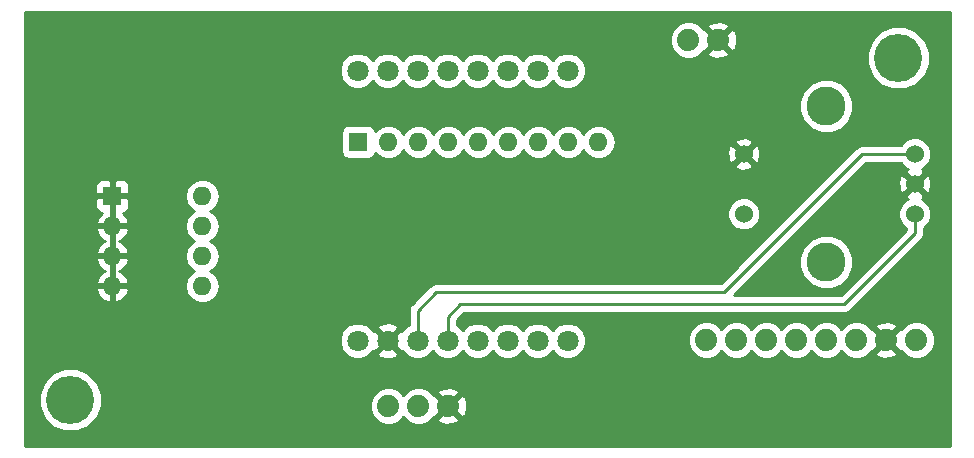
<source format=gbr>
G04 #@! TF.GenerationSoftware,KiCad,Pcbnew,5.0.2-bee76a0~70~ubuntu18.04.1*
G04 #@! TF.CreationDate,2019-09-20T23:32:28+01:00*
G04 #@! TF.ProjectId,Shock Sensor,53686f63-6b20-4536-956e-736f722e6b69,rev?*
G04 #@! TF.SameCoordinates,Original*
G04 #@! TF.FileFunction,Copper,L2,Bot*
G04 #@! TF.FilePolarity,Positive*
%FSLAX46Y46*%
G04 Gerber Fmt 4.6, Leading zero omitted, Abs format (unit mm)*
G04 Created by KiCad (PCBNEW 5.0.2-bee76a0~70~ubuntu18.04.1) date Fri 20 Sep 2019 23:32:28 BST*
%MOMM*%
%LPD*%
G01*
G04 APERTURE LIST*
G04 #@! TA.AperFunction,ComponentPad*
%ADD10C,1.800000*%
G04 #@! TD*
G04 #@! TA.AperFunction,ComponentPad*
%ADD11C,1.879600*%
G04 #@! TD*
G04 #@! TA.AperFunction,ComponentPad*
%ADD12O,1.600000X1.600000*%
G04 #@! TD*
G04 #@! TA.AperFunction,ComponentPad*
%ADD13R,1.600000X1.600000*%
G04 #@! TD*
G04 #@! TA.AperFunction,ComponentPad*
%ADD14C,1.524000*%
G04 #@! TD*
G04 #@! TA.AperFunction,ComponentPad*
%ADD15C,3.302000*%
G04 #@! TD*
G04 #@! TA.AperFunction,ComponentPad*
%ADD16C,4.064000*%
G04 #@! TD*
G04 #@! TA.AperFunction,Conductor*
%ADD17C,0.250000*%
G04 #@! TD*
G04 #@! TA.AperFunction,Conductor*
%ADD18C,0.254000*%
G04 #@! TD*
G04 APERTURE END LIST*
D10*
G04 #@! TO.P,U1,16*
G04 #@! TO.N,+3V3*
X132023001Y-99125025D03*
G04 #@! TO.P,U1,1*
G04 #@! TO.N,+5V*
X132023001Y-121985025D03*
G04 #@! TO.P,U1,15*
G04 #@! TO.N,Net-(RN1-Pad2)*
X134563001Y-99125025D03*
G04 #@! TO.P,U1,2*
G04 #@! TO.N,GND*
X134563001Y-121985025D03*
G04 #@! TO.P,U1,14*
G04 #@! TO.N,Net-(RN1-Pad3)*
X137103001Y-99125025D03*
G04 #@! TO.P,U1,3*
G04 #@! TO.N,Net-(S1-PadB)*
X137103001Y-121985025D03*
G04 #@! TO.P,U1,13*
G04 #@! TO.N,Net-(RN1-Pad4)*
X139643001Y-99125025D03*
G04 #@! TO.P,U1,4*
G04 #@! TO.N,Net-(S1-PadA)*
X139643001Y-121985025D03*
G04 #@! TO.P,U1,12*
G04 #@! TO.N,Net-(RN1-Pad5)*
X142183001Y-99125025D03*
G04 #@! TO.P,U1,5*
G04 #@! TO.N,Net-(J2-Pad4)*
X142183001Y-121985025D03*
G04 #@! TO.P,U1,11*
G04 #@! TO.N,Net-(RN1-Pad6)*
X144723001Y-99125025D03*
G04 #@! TO.P,U1,6*
G04 #@! TO.N,Net-(J2-Pad3)*
X144723001Y-121985025D03*
G04 #@! TO.P,U1,10*
G04 #@! TO.N,Net-(U1-Pad10)*
X147263001Y-99125025D03*
G04 #@! TO.P,U1,7*
G04 #@! TO.N,Net-(J1-Pad2)*
X147263001Y-121985025D03*
G04 #@! TO.P,U1,9*
G04 #@! TO.N,Net-(J3-Pad2)*
X149803001Y-99125025D03*
G04 #@! TO.P,U1,8*
G04 #@! TO.N,Net-(U1-Pad8)*
X149803001Y-121985025D03*
G04 #@! TD*
D11*
G04 #@! TO.P,J1,1*
G04 #@! TO.N,GND*
X139700000Y-127508000D03*
G04 #@! TO.P,J1,2*
G04 #@! TO.N,Net-(J1-Pad2)*
X137160000Y-127508000D03*
G04 #@! TO.P,J1,3*
G04 #@! TO.N,+5V*
X134620000Y-127508000D03*
G04 #@! TD*
G04 #@! TO.P,J3,1*
G04 #@! TO.N,GND*
X162560000Y-96520000D03*
G04 #@! TO.P,J3,2*
G04 #@! TO.N,Net-(J3-Pad2)*
X160020000Y-96520000D03*
G04 #@! TD*
D12*
G04 #@! TO.P,RN1,9*
G04 #@! TO.N,Net-(RN1-Pad9)*
X152400000Y-105156000D03*
G04 #@! TO.P,RN1,8*
G04 #@! TO.N,Net-(RN1-Pad8)*
X149860000Y-105156000D03*
G04 #@! TO.P,RN1,7*
G04 #@! TO.N,Net-(RN1-Pad7)*
X147320000Y-105156000D03*
G04 #@! TO.P,RN1,6*
G04 #@! TO.N,Net-(RN1-Pad6)*
X144780000Y-105156000D03*
G04 #@! TO.P,RN1,5*
G04 #@! TO.N,Net-(RN1-Pad5)*
X142240000Y-105156000D03*
G04 #@! TO.P,RN1,4*
G04 #@! TO.N,Net-(RN1-Pad4)*
X139700000Y-105156000D03*
G04 #@! TO.P,RN1,3*
G04 #@! TO.N,Net-(RN1-Pad3)*
X137160000Y-105156000D03*
G04 #@! TO.P,RN1,2*
G04 #@! TO.N,Net-(RN1-Pad2)*
X134620000Y-105156000D03*
D13*
G04 #@! TO.P,RN1,1*
G04 #@! TO.N,+3V3*
X132080000Y-105156000D03*
G04 #@! TD*
D12*
G04 #@! TO.P,Address,8*
G04 #@! TO.N,Net-(RN1-Pad2)*
X118872000Y-109728000D03*
G04 #@! TO.P,Address,4*
G04 #@! TO.N,GND*
X111252000Y-117348000D03*
G04 #@! TO.P,Address,7*
G04 #@! TO.N,Net-(RN1-Pad3)*
X118872000Y-112268000D03*
G04 #@! TO.P,Address,3*
G04 #@! TO.N,GND*
X111252000Y-114808000D03*
G04 #@! TO.P,Address,6*
G04 #@! TO.N,Net-(RN1-Pad4)*
X118872000Y-114808000D03*
G04 #@! TO.P,Address,2*
G04 #@! TO.N,GND*
X111252000Y-112268000D03*
G04 #@! TO.P,Address,5*
G04 #@! TO.N,Net-(RN1-Pad5)*
X118872000Y-117348000D03*
D13*
G04 #@! TO.P,Address,1*
G04 #@! TO.N,GND*
X111252000Y-109728000D03*
G04 #@! TD*
D14*
G04 #@! TO.P,S1,A*
G04 #@! TO.N,Net-(S1-PadA)*
X179197000Y-111252000D03*
G04 #@! TO.P,S1,B*
G04 #@! TO.N,Net-(S1-PadB)*
X179197000Y-106172000D03*
G04 #@! TO.P,S1,C*
G04 #@! TO.N,GND*
X179197000Y-108712000D03*
D15*
G04 #@! TO.P,S1,P$3*
G04 #@! TO.N,N/C*
X171704000Y-102108000D03*
G04 #@! TO.P,S1,P$4*
X171704000Y-115316000D03*
D14*
G04 #@! TO.P,S1,SW+*
G04 #@! TO.N,GND*
X164719000Y-106172000D03*
G04 #@! TO.P,S1,SW-*
G04 #@! TO.N,Net-(RN1-Pad6)*
X164719000Y-111252000D03*
G04 #@! TD*
D11*
G04 #@! TO.P,J2,1*
G04 #@! TO.N,+5V*
X179324000Y-121920000D03*
G04 #@! TO.P,J2,2*
G04 #@! TO.N,GND*
X176784000Y-121920000D03*
G04 #@! TO.P,J2,3*
G04 #@! TO.N,Net-(J2-Pad3)*
X174244000Y-121920000D03*
G04 #@! TO.P,J2,4*
G04 #@! TO.N,Net-(J2-Pad4)*
X171704000Y-121920000D03*
G04 #@! TO.P,J2,5*
G04 #@! TO.N,Net-(J2-Pad5)*
X169164000Y-121920000D03*
G04 #@! TO.P,J2,6*
G04 #@! TO.N,Net-(J2-Pad6)*
X166624000Y-121920000D03*
G04 #@! TO.P,J2,7*
G04 #@! TO.N,Net-(J2-Pad7)*
X164084000Y-121920000D03*
G04 #@! TO.P,J2,8*
G04 #@! TO.N,Net-(J2-Pad8)*
X161544000Y-121920000D03*
G04 #@! TD*
D16*
G04 #@! TO.P,REF\002A\002A,1*
G04 #@! TO.N,N/C*
X107696000Y-127000000D03*
G04 #@! TD*
G04 #@! TO.P,REF\002A\002A,1*
G04 #@! TO.N,N/C*
X177800000Y-98044000D03*
G04 #@! TD*
D17*
G04 #@! TO.N,Net-(S1-PadA)*
X179197000Y-111252000D02*
X179197000Y-112903000D01*
X179197000Y-112903000D02*
X173228000Y-118872000D01*
X140716000Y-118872000D02*
X139643001Y-119944999D01*
X139643001Y-119944999D02*
X139643001Y-121985025D01*
X173228000Y-118872000D02*
X140716000Y-118872000D01*
G04 #@! TO.N,Net-(S1-PadB)*
X179197000Y-106172000D02*
X174752000Y-106172000D01*
X174752000Y-106172000D02*
X163068000Y-117856000D01*
X137103001Y-119436999D02*
X137103001Y-121985025D01*
X138684000Y-117856000D02*
X137103001Y-119436999D01*
X163068000Y-117856000D02*
X138684000Y-117856000D01*
G04 #@! TD*
D18*
G04 #@! TO.N,GND*
G36*
X182170001Y-130862000D02*
X103834000Y-130862000D01*
X103834000Y-126469501D01*
X105029000Y-126469501D01*
X105029000Y-127530499D01*
X105435026Y-128510734D01*
X106185266Y-129260974D01*
X107165501Y-129667000D01*
X108226499Y-129667000D01*
X109206734Y-129260974D01*
X109956974Y-128510734D01*
X110363000Y-127530499D01*
X110363000Y-127194753D01*
X133045200Y-127194753D01*
X133045200Y-127821247D01*
X133284949Y-128400052D01*
X133727948Y-128843051D01*
X134306753Y-129082800D01*
X134933247Y-129082800D01*
X135512052Y-128843051D01*
X135890000Y-128465103D01*
X136267948Y-128843051D01*
X136846753Y-129082800D01*
X137473247Y-129082800D01*
X138052052Y-128843051D01*
X138278135Y-128616968D01*
X138770637Y-128616968D01*
X138861923Y-128877580D01*
X139449833Y-129094045D01*
X140075828Y-129069049D01*
X140538077Y-128877580D01*
X140629363Y-128616968D01*
X139700000Y-127687605D01*
X138770637Y-128616968D01*
X138278135Y-128616968D01*
X138492317Y-128402786D01*
X138591032Y-128437363D01*
X139520395Y-127508000D01*
X139879605Y-127508000D01*
X140808968Y-128437363D01*
X141069580Y-128346077D01*
X141286045Y-127758167D01*
X141261049Y-127132172D01*
X141069580Y-126669923D01*
X140808968Y-126578637D01*
X139879605Y-127508000D01*
X139520395Y-127508000D01*
X138591032Y-126578637D01*
X138492317Y-126613214D01*
X138278135Y-126399032D01*
X138770637Y-126399032D01*
X139700000Y-127328395D01*
X140629363Y-126399032D01*
X140538077Y-126138420D01*
X139950167Y-125921955D01*
X139324172Y-125946951D01*
X138861923Y-126138420D01*
X138770637Y-126399032D01*
X138278135Y-126399032D01*
X138052052Y-126172949D01*
X137473247Y-125933200D01*
X136846753Y-125933200D01*
X136267948Y-126172949D01*
X135890000Y-126550897D01*
X135512052Y-126172949D01*
X134933247Y-125933200D01*
X134306753Y-125933200D01*
X133727948Y-126172949D01*
X133284949Y-126615948D01*
X133045200Y-127194753D01*
X110363000Y-127194753D01*
X110363000Y-126469501D01*
X109956974Y-125489266D01*
X109206734Y-124739026D01*
X108226499Y-124333000D01*
X107165501Y-124333000D01*
X106185266Y-124739026D01*
X105435026Y-125489266D01*
X105029000Y-126469501D01*
X103834000Y-126469501D01*
X103834000Y-121679695D01*
X130488001Y-121679695D01*
X130488001Y-122290355D01*
X130721691Y-122854532D01*
X131153494Y-123286335D01*
X131717671Y-123520025D01*
X132328331Y-123520025D01*
X132892508Y-123286335D01*
X133113659Y-123065184D01*
X133662447Y-123065184D01*
X133748853Y-123321668D01*
X134322337Y-123531483D01*
X134932461Y-123505864D01*
X135377149Y-123321668D01*
X135463555Y-123065184D01*
X134563001Y-122164630D01*
X133662447Y-123065184D01*
X133113659Y-123065184D01*
X133324311Y-122854532D01*
X133332439Y-122834910D01*
X133482842Y-122885579D01*
X134383396Y-121985025D01*
X134742606Y-121985025D01*
X135643160Y-122885579D01*
X135793563Y-122834910D01*
X135801691Y-122854532D01*
X136233494Y-123286335D01*
X136797671Y-123520025D01*
X137408331Y-123520025D01*
X137972508Y-123286335D01*
X138373001Y-122885842D01*
X138773494Y-123286335D01*
X139337671Y-123520025D01*
X139948331Y-123520025D01*
X140512508Y-123286335D01*
X140913001Y-122885842D01*
X141313494Y-123286335D01*
X141877671Y-123520025D01*
X142488331Y-123520025D01*
X143052508Y-123286335D01*
X143453001Y-122885842D01*
X143853494Y-123286335D01*
X144417671Y-123520025D01*
X145028331Y-123520025D01*
X145592508Y-123286335D01*
X145993001Y-122885842D01*
X146393494Y-123286335D01*
X146957671Y-123520025D01*
X147568331Y-123520025D01*
X148132508Y-123286335D01*
X148533001Y-122885842D01*
X148933494Y-123286335D01*
X149497671Y-123520025D01*
X150108331Y-123520025D01*
X150672508Y-123286335D01*
X151104311Y-122854532D01*
X151338001Y-122290355D01*
X151338001Y-121679695D01*
X151307788Y-121606753D01*
X159969200Y-121606753D01*
X159969200Y-122233247D01*
X160208949Y-122812052D01*
X160651948Y-123255051D01*
X161230753Y-123494800D01*
X161857247Y-123494800D01*
X162436052Y-123255051D01*
X162814000Y-122877103D01*
X163191948Y-123255051D01*
X163770753Y-123494800D01*
X164397247Y-123494800D01*
X164976052Y-123255051D01*
X165354000Y-122877103D01*
X165731948Y-123255051D01*
X166310753Y-123494800D01*
X166937247Y-123494800D01*
X167516052Y-123255051D01*
X167894000Y-122877103D01*
X168271948Y-123255051D01*
X168850753Y-123494800D01*
X169477247Y-123494800D01*
X170056052Y-123255051D01*
X170434000Y-122877103D01*
X170811948Y-123255051D01*
X171390753Y-123494800D01*
X172017247Y-123494800D01*
X172596052Y-123255051D01*
X172974000Y-122877103D01*
X173351948Y-123255051D01*
X173930753Y-123494800D01*
X174557247Y-123494800D01*
X175136052Y-123255051D01*
X175362135Y-123028968D01*
X175854637Y-123028968D01*
X175945923Y-123289580D01*
X176533833Y-123506045D01*
X177159828Y-123481049D01*
X177622077Y-123289580D01*
X177713363Y-123028968D01*
X176784000Y-122099605D01*
X175854637Y-123028968D01*
X175362135Y-123028968D01*
X175576317Y-122814786D01*
X175675032Y-122849363D01*
X176604395Y-121920000D01*
X176963605Y-121920000D01*
X177892968Y-122849363D01*
X177991683Y-122814786D01*
X178431948Y-123255051D01*
X179010753Y-123494800D01*
X179637247Y-123494800D01*
X180216052Y-123255051D01*
X180659051Y-122812052D01*
X180898800Y-122233247D01*
X180898800Y-121606753D01*
X180659051Y-121027948D01*
X180216052Y-120584949D01*
X179637247Y-120345200D01*
X179010753Y-120345200D01*
X178431948Y-120584949D01*
X177991683Y-121025214D01*
X177892968Y-120990637D01*
X176963605Y-121920000D01*
X176604395Y-121920000D01*
X175675032Y-120990637D01*
X175576317Y-121025214D01*
X175362135Y-120811032D01*
X175854637Y-120811032D01*
X176784000Y-121740395D01*
X177713363Y-120811032D01*
X177622077Y-120550420D01*
X177034167Y-120333955D01*
X176408172Y-120358951D01*
X175945923Y-120550420D01*
X175854637Y-120811032D01*
X175362135Y-120811032D01*
X175136052Y-120584949D01*
X174557247Y-120345200D01*
X173930753Y-120345200D01*
X173351948Y-120584949D01*
X172974000Y-120962897D01*
X172596052Y-120584949D01*
X172017247Y-120345200D01*
X171390753Y-120345200D01*
X170811948Y-120584949D01*
X170434000Y-120962897D01*
X170056052Y-120584949D01*
X169477247Y-120345200D01*
X168850753Y-120345200D01*
X168271948Y-120584949D01*
X167894000Y-120962897D01*
X167516052Y-120584949D01*
X166937247Y-120345200D01*
X166310753Y-120345200D01*
X165731948Y-120584949D01*
X165354000Y-120962897D01*
X164976052Y-120584949D01*
X164397247Y-120345200D01*
X163770753Y-120345200D01*
X163191948Y-120584949D01*
X162814000Y-120962897D01*
X162436052Y-120584949D01*
X161857247Y-120345200D01*
X161230753Y-120345200D01*
X160651948Y-120584949D01*
X160208949Y-121027948D01*
X159969200Y-121606753D01*
X151307788Y-121606753D01*
X151104311Y-121115518D01*
X150672508Y-120683715D01*
X150108331Y-120450025D01*
X149497671Y-120450025D01*
X148933494Y-120683715D01*
X148533001Y-121084208D01*
X148132508Y-120683715D01*
X147568331Y-120450025D01*
X146957671Y-120450025D01*
X146393494Y-120683715D01*
X145993001Y-121084208D01*
X145592508Y-120683715D01*
X145028331Y-120450025D01*
X144417671Y-120450025D01*
X143853494Y-120683715D01*
X143453001Y-121084208D01*
X143052508Y-120683715D01*
X142488331Y-120450025D01*
X141877671Y-120450025D01*
X141313494Y-120683715D01*
X140913001Y-121084208D01*
X140512508Y-120683715D01*
X140403001Y-120638356D01*
X140403001Y-120259800D01*
X141030802Y-119632000D01*
X173153153Y-119632000D01*
X173228000Y-119646888D01*
X173302847Y-119632000D01*
X173302852Y-119632000D01*
X173524537Y-119587904D01*
X173775929Y-119419929D01*
X173818331Y-119356470D01*
X179681473Y-113493329D01*
X179744929Y-113450929D01*
X179844055Y-113302577D01*
X179912904Y-113199538D01*
X179946627Y-113030000D01*
X179957000Y-112977852D01*
X179957000Y-112977848D01*
X179971888Y-112903000D01*
X179957000Y-112828152D01*
X179957000Y-112449300D01*
X179988337Y-112436320D01*
X180381320Y-112043337D01*
X180594000Y-111529881D01*
X180594000Y-110974119D01*
X180381320Y-110460663D01*
X179988337Y-110067680D01*
X179797353Y-109988572D01*
X179928143Y-109934397D01*
X179997608Y-109692213D01*
X179197000Y-108891605D01*
X178396392Y-109692213D01*
X178465857Y-109934397D01*
X178606393Y-109984535D01*
X178405663Y-110067680D01*
X178012680Y-110460663D01*
X177800000Y-110974119D01*
X177800000Y-111529881D01*
X178012680Y-112043337D01*
X178405663Y-112436320D01*
X178437001Y-112449300D01*
X178437001Y-112588197D01*
X172913199Y-118112000D01*
X163886801Y-118112000D01*
X167137515Y-114861286D01*
X169418000Y-114861286D01*
X169418000Y-115770714D01*
X169766023Y-116610915D01*
X170409085Y-117253977D01*
X171249286Y-117602000D01*
X172158714Y-117602000D01*
X172998915Y-117253977D01*
X173641977Y-116610915D01*
X173990000Y-115770714D01*
X173990000Y-114861286D01*
X173641977Y-114021085D01*
X172998915Y-113378023D01*
X172158714Y-113030000D01*
X171249286Y-113030000D01*
X170409085Y-113378023D01*
X169766023Y-114021085D01*
X169418000Y-114861286D01*
X167137515Y-114861286D01*
X173494499Y-108504302D01*
X177787856Y-108504302D01*
X177815638Y-109059368D01*
X177974603Y-109443143D01*
X178216787Y-109512608D01*
X179017395Y-108712000D01*
X179376605Y-108712000D01*
X180177213Y-109512608D01*
X180419397Y-109443143D01*
X180606144Y-108919698D01*
X180578362Y-108364632D01*
X180419397Y-107980857D01*
X180177213Y-107911392D01*
X179376605Y-108712000D01*
X179017395Y-108712000D01*
X178216787Y-107911392D01*
X177974603Y-107980857D01*
X177787856Y-108504302D01*
X173494499Y-108504302D01*
X175066802Y-106932000D01*
X177999700Y-106932000D01*
X178012680Y-106963337D01*
X178405663Y-107356320D01*
X178596647Y-107435428D01*
X178465857Y-107489603D01*
X178396392Y-107731787D01*
X179197000Y-108532395D01*
X179997608Y-107731787D01*
X179928143Y-107489603D01*
X179787607Y-107439465D01*
X179988337Y-107356320D01*
X180381320Y-106963337D01*
X180594000Y-106449881D01*
X180594000Y-105894119D01*
X180381320Y-105380663D01*
X179988337Y-104987680D01*
X179474881Y-104775000D01*
X178919119Y-104775000D01*
X178405663Y-104987680D01*
X178012680Y-105380663D01*
X177999700Y-105412000D01*
X174826846Y-105412000D01*
X174751999Y-105397112D01*
X174677152Y-105412000D01*
X174677148Y-105412000D01*
X174455463Y-105456096D01*
X174204071Y-105624071D01*
X174161671Y-105687527D01*
X162753199Y-117096000D01*
X138758846Y-117096000D01*
X138683999Y-117081112D01*
X138609152Y-117096000D01*
X138609148Y-117096000D01*
X138387463Y-117140096D01*
X138136071Y-117308071D01*
X138093671Y-117371527D01*
X136618531Y-118846668D01*
X136555072Y-118889070D01*
X136387097Y-119140463D01*
X136343001Y-119362148D01*
X136343001Y-119362152D01*
X136328113Y-119436999D01*
X136343001Y-119511846D01*
X136343001Y-120638355D01*
X136233494Y-120683715D01*
X135801691Y-121115518D01*
X135793563Y-121135140D01*
X135643160Y-121084471D01*
X134742606Y-121985025D01*
X134383396Y-121985025D01*
X133482842Y-121084471D01*
X133332439Y-121135140D01*
X133324311Y-121115518D01*
X133113659Y-120904866D01*
X133662447Y-120904866D01*
X134563001Y-121805420D01*
X135463555Y-120904866D01*
X135377149Y-120648382D01*
X134803665Y-120438567D01*
X134193541Y-120464186D01*
X133748853Y-120648382D01*
X133662447Y-120904866D01*
X133113659Y-120904866D01*
X132892508Y-120683715D01*
X132328331Y-120450025D01*
X131717671Y-120450025D01*
X131153494Y-120683715D01*
X130721691Y-121115518D01*
X130488001Y-121679695D01*
X103834000Y-121679695D01*
X103834000Y-117697039D01*
X109860096Y-117697039D01*
X110020959Y-118085423D01*
X110396866Y-118500389D01*
X110902959Y-118739914D01*
X111125000Y-118618629D01*
X111125000Y-117475000D01*
X111379000Y-117475000D01*
X111379000Y-118618629D01*
X111601041Y-118739914D01*
X112107134Y-118500389D01*
X112483041Y-118085423D01*
X112643904Y-117697039D01*
X112521915Y-117475000D01*
X111379000Y-117475000D01*
X111125000Y-117475000D01*
X109982085Y-117475000D01*
X109860096Y-117697039D01*
X103834000Y-117697039D01*
X103834000Y-115157039D01*
X109860096Y-115157039D01*
X110020959Y-115545423D01*
X110396866Y-115960389D01*
X110645367Y-116078000D01*
X110396866Y-116195611D01*
X110020959Y-116610577D01*
X109860096Y-116998961D01*
X109982085Y-117221000D01*
X111125000Y-117221000D01*
X111125000Y-114935000D01*
X111379000Y-114935000D01*
X111379000Y-117221000D01*
X112521915Y-117221000D01*
X112643904Y-116998961D01*
X112483041Y-116610577D01*
X112107134Y-116195611D01*
X111858633Y-116078000D01*
X112107134Y-115960389D01*
X112483041Y-115545423D01*
X112643904Y-115157039D01*
X112521915Y-114935000D01*
X111379000Y-114935000D01*
X111125000Y-114935000D01*
X109982085Y-114935000D01*
X109860096Y-115157039D01*
X103834000Y-115157039D01*
X103834000Y-112617039D01*
X109860096Y-112617039D01*
X110020959Y-113005423D01*
X110396866Y-113420389D01*
X110645367Y-113538000D01*
X110396866Y-113655611D01*
X110020959Y-114070577D01*
X109860096Y-114458961D01*
X109982085Y-114681000D01*
X111125000Y-114681000D01*
X111125000Y-112395000D01*
X111379000Y-112395000D01*
X111379000Y-114681000D01*
X112521915Y-114681000D01*
X112643904Y-114458961D01*
X112483041Y-114070577D01*
X112107134Y-113655611D01*
X111858633Y-113538000D01*
X112107134Y-113420389D01*
X112483041Y-113005423D01*
X112643904Y-112617039D01*
X112521915Y-112395000D01*
X111379000Y-112395000D01*
X111125000Y-112395000D01*
X109982085Y-112395000D01*
X109860096Y-112617039D01*
X103834000Y-112617039D01*
X103834000Y-110013750D01*
X109817000Y-110013750D01*
X109817000Y-110654310D01*
X109913673Y-110887699D01*
X110092302Y-111066327D01*
X110325691Y-111163000D01*
X110353938Y-111163000D01*
X110020959Y-111530577D01*
X109860096Y-111918961D01*
X109982085Y-112141000D01*
X111125000Y-112141000D01*
X111125000Y-109855000D01*
X111379000Y-109855000D01*
X111379000Y-112141000D01*
X112521915Y-112141000D01*
X112643904Y-111918961D01*
X112483041Y-111530577D01*
X112150062Y-111163000D01*
X112178309Y-111163000D01*
X112411698Y-111066327D01*
X112590327Y-110887699D01*
X112687000Y-110654310D01*
X112687000Y-110013750D01*
X112528250Y-109855000D01*
X111379000Y-109855000D01*
X111125000Y-109855000D01*
X109975750Y-109855000D01*
X109817000Y-110013750D01*
X103834000Y-110013750D01*
X103834000Y-109728000D01*
X117408887Y-109728000D01*
X117520260Y-110287909D01*
X117837423Y-110762577D01*
X118189758Y-110998000D01*
X117837423Y-111233423D01*
X117520260Y-111708091D01*
X117408887Y-112268000D01*
X117520260Y-112827909D01*
X117837423Y-113302577D01*
X118189758Y-113538000D01*
X117837423Y-113773423D01*
X117520260Y-114248091D01*
X117408887Y-114808000D01*
X117520260Y-115367909D01*
X117837423Y-115842577D01*
X118189758Y-116078000D01*
X117837423Y-116313423D01*
X117520260Y-116788091D01*
X117408887Y-117348000D01*
X117520260Y-117907909D01*
X117837423Y-118382577D01*
X118312091Y-118699740D01*
X118730667Y-118783000D01*
X119013333Y-118783000D01*
X119431909Y-118699740D01*
X119906577Y-118382577D01*
X120223740Y-117907909D01*
X120335113Y-117348000D01*
X120223740Y-116788091D01*
X119906577Y-116313423D01*
X119554242Y-116078000D01*
X119906577Y-115842577D01*
X120223740Y-115367909D01*
X120335113Y-114808000D01*
X120223740Y-114248091D01*
X119906577Y-113773423D01*
X119554242Y-113538000D01*
X119906577Y-113302577D01*
X120223740Y-112827909D01*
X120335113Y-112268000D01*
X120223740Y-111708091D01*
X119906577Y-111233423D01*
X119554242Y-110998000D01*
X119589982Y-110974119D01*
X163322000Y-110974119D01*
X163322000Y-111529881D01*
X163534680Y-112043337D01*
X163927663Y-112436320D01*
X164441119Y-112649000D01*
X164996881Y-112649000D01*
X165510337Y-112436320D01*
X165903320Y-112043337D01*
X166116000Y-111529881D01*
X166116000Y-110974119D01*
X165903320Y-110460663D01*
X165510337Y-110067680D01*
X164996881Y-109855000D01*
X164441119Y-109855000D01*
X163927663Y-110067680D01*
X163534680Y-110460663D01*
X163322000Y-110974119D01*
X119589982Y-110974119D01*
X119906577Y-110762577D01*
X120223740Y-110287909D01*
X120335113Y-109728000D01*
X120223740Y-109168091D01*
X119906577Y-108693423D01*
X119431909Y-108376260D01*
X119013333Y-108293000D01*
X118730667Y-108293000D01*
X118312091Y-108376260D01*
X117837423Y-108693423D01*
X117520260Y-109168091D01*
X117408887Y-109728000D01*
X103834000Y-109728000D01*
X103834000Y-108801690D01*
X109817000Y-108801690D01*
X109817000Y-109442250D01*
X109975750Y-109601000D01*
X111125000Y-109601000D01*
X111125000Y-108451750D01*
X111379000Y-108451750D01*
X111379000Y-109601000D01*
X112528250Y-109601000D01*
X112687000Y-109442250D01*
X112687000Y-108801690D01*
X112590327Y-108568301D01*
X112411698Y-108389673D01*
X112178309Y-108293000D01*
X111537750Y-108293000D01*
X111379000Y-108451750D01*
X111125000Y-108451750D01*
X110966250Y-108293000D01*
X110325691Y-108293000D01*
X110092302Y-108389673D01*
X109913673Y-108568301D01*
X109817000Y-108801690D01*
X103834000Y-108801690D01*
X103834000Y-107152213D01*
X163918392Y-107152213D01*
X163987857Y-107394397D01*
X164511302Y-107581144D01*
X165066368Y-107553362D01*
X165450143Y-107394397D01*
X165519608Y-107152213D01*
X164719000Y-106351605D01*
X163918392Y-107152213D01*
X103834000Y-107152213D01*
X103834000Y-104356000D01*
X130632560Y-104356000D01*
X130632560Y-105956000D01*
X130681843Y-106203765D01*
X130822191Y-106413809D01*
X131032235Y-106554157D01*
X131280000Y-106603440D01*
X132880000Y-106603440D01*
X133127765Y-106554157D01*
X133337809Y-106413809D01*
X133478157Y-106203765D01*
X133504785Y-106069894D01*
X133585423Y-106190577D01*
X134060091Y-106507740D01*
X134478667Y-106591000D01*
X134761333Y-106591000D01*
X135179909Y-106507740D01*
X135654577Y-106190577D01*
X135890000Y-105838242D01*
X136125423Y-106190577D01*
X136600091Y-106507740D01*
X137018667Y-106591000D01*
X137301333Y-106591000D01*
X137719909Y-106507740D01*
X138194577Y-106190577D01*
X138430000Y-105838242D01*
X138665423Y-106190577D01*
X139140091Y-106507740D01*
X139558667Y-106591000D01*
X139841333Y-106591000D01*
X140259909Y-106507740D01*
X140734577Y-106190577D01*
X140970000Y-105838242D01*
X141205423Y-106190577D01*
X141680091Y-106507740D01*
X142098667Y-106591000D01*
X142381333Y-106591000D01*
X142799909Y-106507740D01*
X143274577Y-106190577D01*
X143510000Y-105838242D01*
X143745423Y-106190577D01*
X144220091Y-106507740D01*
X144638667Y-106591000D01*
X144921333Y-106591000D01*
X145339909Y-106507740D01*
X145814577Y-106190577D01*
X146050000Y-105838242D01*
X146285423Y-106190577D01*
X146760091Y-106507740D01*
X147178667Y-106591000D01*
X147461333Y-106591000D01*
X147879909Y-106507740D01*
X148354577Y-106190577D01*
X148590000Y-105838242D01*
X148825423Y-106190577D01*
X149300091Y-106507740D01*
X149718667Y-106591000D01*
X150001333Y-106591000D01*
X150419909Y-106507740D01*
X150894577Y-106190577D01*
X151130000Y-105838242D01*
X151365423Y-106190577D01*
X151840091Y-106507740D01*
X152258667Y-106591000D01*
X152541333Y-106591000D01*
X152959909Y-106507740D01*
X153434577Y-106190577D01*
X153585769Y-105964302D01*
X163309856Y-105964302D01*
X163337638Y-106519368D01*
X163496603Y-106903143D01*
X163738787Y-106972608D01*
X164539395Y-106172000D01*
X164898605Y-106172000D01*
X165699213Y-106972608D01*
X165941397Y-106903143D01*
X166128144Y-106379698D01*
X166100362Y-105824632D01*
X165941397Y-105440857D01*
X165699213Y-105371392D01*
X164898605Y-106172000D01*
X164539395Y-106172000D01*
X163738787Y-105371392D01*
X163496603Y-105440857D01*
X163309856Y-105964302D01*
X153585769Y-105964302D01*
X153751740Y-105715909D01*
X153855994Y-105191787D01*
X163918392Y-105191787D01*
X164719000Y-105992395D01*
X165519608Y-105191787D01*
X165450143Y-104949603D01*
X164926698Y-104762856D01*
X164371632Y-104790638D01*
X163987857Y-104949603D01*
X163918392Y-105191787D01*
X153855994Y-105191787D01*
X153863113Y-105156000D01*
X153751740Y-104596091D01*
X153434577Y-104121423D01*
X152959909Y-103804260D01*
X152541333Y-103721000D01*
X152258667Y-103721000D01*
X151840091Y-103804260D01*
X151365423Y-104121423D01*
X151130000Y-104473758D01*
X150894577Y-104121423D01*
X150419909Y-103804260D01*
X150001333Y-103721000D01*
X149718667Y-103721000D01*
X149300091Y-103804260D01*
X148825423Y-104121423D01*
X148590000Y-104473758D01*
X148354577Y-104121423D01*
X147879909Y-103804260D01*
X147461333Y-103721000D01*
X147178667Y-103721000D01*
X146760091Y-103804260D01*
X146285423Y-104121423D01*
X146050000Y-104473758D01*
X145814577Y-104121423D01*
X145339909Y-103804260D01*
X144921333Y-103721000D01*
X144638667Y-103721000D01*
X144220091Y-103804260D01*
X143745423Y-104121423D01*
X143510000Y-104473758D01*
X143274577Y-104121423D01*
X142799909Y-103804260D01*
X142381333Y-103721000D01*
X142098667Y-103721000D01*
X141680091Y-103804260D01*
X141205423Y-104121423D01*
X140970000Y-104473758D01*
X140734577Y-104121423D01*
X140259909Y-103804260D01*
X139841333Y-103721000D01*
X139558667Y-103721000D01*
X139140091Y-103804260D01*
X138665423Y-104121423D01*
X138430000Y-104473758D01*
X138194577Y-104121423D01*
X137719909Y-103804260D01*
X137301333Y-103721000D01*
X137018667Y-103721000D01*
X136600091Y-103804260D01*
X136125423Y-104121423D01*
X135890000Y-104473758D01*
X135654577Y-104121423D01*
X135179909Y-103804260D01*
X134761333Y-103721000D01*
X134478667Y-103721000D01*
X134060091Y-103804260D01*
X133585423Y-104121423D01*
X133504785Y-104242106D01*
X133478157Y-104108235D01*
X133337809Y-103898191D01*
X133127765Y-103757843D01*
X132880000Y-103708560D01*
X131280000Y-103708560D01*
X131032235Y-103757843D01*
X130822191Y-103898191D01*
X130681843Y-104108235D01*
X130632560Y-104356000D01*
X103834000Y-104356000D01*
X103834000Y-101653286D01*
X169418000Y-101653286D01*
X169418000Y-102562714D01*
X169766023Y-103402915D01*
X170409085Y-104045977D01*
X171249286Y-104394000D01*
X172158714Y-104394000D01*
X172998915Y-104045977D01*
X173641977Y-103402915D01*
X173990000Y-102562714D01*
X173990000Y-101653286D01*
X173641977Y-100813085D01*
X172998915Y-100170023D01*
X172158714Y-99822000D01*
X171249286Y-99822000D01*
X170409085Y-100170023D01*
X169766023Y-100813085D01*
X169418000Y-101653286D01*
X103834000Y-101653286D01*
X103834000Y-98819695D01*
X130488001Y-98819695D01*
X130488001Y-99430355D01*
X130721691Y-99994532D01*
X131153494Y-100426335D01*
X131717671Y-100660025D01*
X132328331Y-100660025D01*
X132892508Y-100426335D01*
X133293001Y-100025842D01*
X133693494Y-100426335D01*
X134257671Y-100660025D01*
X134868331Y-100660025D01*
X135432508Y-100426335D01*
X135833001Y-100025842D01*
X136233494Y-100426335D01*
X136797671Y-100660025D01*
X137408331Y-100660025D01*
X137972508Y-100426335D01*
X138373001Y-100025842D01*
X138773494Y-100426335D01*
X139337671Y-100660025D01*
X139948331Y-100660025D01*
X140512508Y-100426335D01*
X140913001Y-100025842D01*
X141313494Y-100426335D01*
X141877671Y-100660025D01*
X142488331Y-100660025D01*
X143052508Y-100426335D01*
X143453001Y-100025842D01*
X143853494Y-100426335D01*
X144417671Y-100660025D01*
X145028331Y-100660025D01*
X145592508Y-100426335D01*
X145993001Y-100025842D01*
X146393494Y-100426335D01*
X146957671Y-100660025D01*
X147568331Y-100660025D01*
X148132508Y-100426335D01*
X148533001Y-100025842D01*
X148933494Y-100426335D01*
X149497671Y-100660025D01*
X150108331Y-100660025D01*
X150672508Y-100426335D01*
X151104311Y-99994532D01*
X151338001Y-99430355D01*
X151338001Y-98819695D01*
X151104311Y-98255518D01*
X150672508Y-97823715D01*
X150108331Y-97590025D01*
X149497671Y-97590025D01*
X148933494Y-97823715D01*
X148533001Y-98224208D01*
X148132508Y-97823715D01*
X147568331Y-97590025D01*
X146957671Y-97590025D01*
X146393494Y-97823715D01*
X145993001Y-98224208D01*
X145592508Y-97823715D01*
X145028331Y-97590025D01*
X144417671Y-97590025D01*
X143853494Y-97823715D01*
X143453001Y-98224208D01*
X143052508Y-97823715D01*
X142488331Y-97590025D01*
X141877671Y-97590025D01*
X141313494Y-97823715D01*
X140913001Y-98224208D01*
X140512508Y-97823715D01*
X139948331Y-97590025D01*
X139337671Y-97590025D01*
X138773494Y-97823715D01*
X138373001Y-98224208D01*
X137972508Y-97823715D01*
X137408331Y-97590025D01*
X136797671Y-97590025D01*
X136233494Y-97823715D01*
X135833001Y-98224208D01*
X135432508Y-97823715D01*
X134868331Y-97590025D01*
X134257671Y-97590025D01*
X133693494Y-97823715D01*
X133293001Y-98224208D01*
X132892508Y-97823715D01*
X132328331Y-97590025D01*
X131717671Y-97590025D01*
X131153494Y-97823715D01*
X130721691Y-98255518D01*
X130488001Y-98819695D01*
X103834000Y-98819695D01*
X103834000Y-96206753D01*
X158445200Y-96206753D01*
X158445200Y-96833247D01*
X158684949Y-97412052D01*
X159127948Y-97855051D01*
X159706753Y-98094800D01*
X160333247Y-98094800D01*
X160912052Y-97855051D01*
X161138135Y-97628968D01*
X161630637Y-97628968D01*
X161721923Y-97889580D01*
X162309833Y-98106045D01*
X162935828Y-98081049D01*
X163398077Y-97889580D01*
X163489363Y-97628968D01*
X163373896Y-97513501D01*
X175133000Y-97513501D01*
X175133000Y-98574499D01*
X175539026Y-99554734D01*
X176289266Y-100304974D01*
X177269501Y-100711000D01*
X178330499Y-100711000D01*
X179310734Y-100304974D01*
X180060974Y-99554734D01*
X180467000Y-98574499D01*
X180467000Y-97513501D01*
X180060974Y-96533266D01*
X179310734Y-95783026D01*
X178330499Y-95377000D01*
X177269501Y-95377000D01*
X176289266Y-95783026D01*
X175539026Y-96533266D01*
X175133000Y-97513501D01*
X163373896Y-97513501D01*
X162560000Y-96699605D01*
X161630637Y-97628968D01*
X161138135Y-97628968D01*
X161352317Y-97414786D01*
X161451032Y-97449363D01*
X162380395Y-96520000D01*
X162739605Y-96520000D01*
X163668968Y-97449363D01*
X163929580Y-97358077D01*
X164146045Y-96770167D01*
X164121049Y-96144172D01*
X163929580Y-95681923D01*
X163668968Y-95590637D01*
X162739605Y-96520000D01*
X162380395Y-96520000D01*
X161451032Y-95590637D01*
X161352317Y-95625214D01*
X161138135Y-95411032D01*
X161630637Y-95411032D01*
X162560000Y-96340395D01*
X163489363Y-95411032D01*
X163398077Y-95150420D01*
X162810167Y-94933955D01*
X162184172Y-94958951D01*
X161721923Y-95150420D01*
X161630637Y-95411032D01*
X161138135Y-95411032D01*
X160912052Y-95184949D01*
X160333247Y-94945200D01*
X159706753Y-94945200D01*
X159127948Y-95184949D01*
X158684949Y-95627948D01*
X158445200Y-96206753D01*
X103834000Y-96206753D01*
X103834000Y-94182000D01*
X182170000Y-94182000D01*
X182170001Y-130862000D01*
X182170001Y-130862000D01*
G37*
X182170001Y-130862000D02*
X103834000Y-130862000D01*
X103834000Y-126469501D01*
X105029000Y-126469501D01*
X105029000Y-127530499D01*
X105435026Y-128510734D01*
X106185266Y-129260974D01*
X107165501Y-129667000D01*
X108226499Y-129667000D01*
X109206734Y-129260974D01*
X109956974Y-128510734D01*
X110363000Y-127530499D01*
X110363000Y-127194753D01*
X133045200Y-127194753D01*
X133045200Y-127821247D01*
X133284949Y-128400052D01*
X133727948Y-128843051D01*
X134306753Y-129082800D01*
X134933247Y-129082800D01*
X135512052Y-128843051D01*
X135890000Y-128465103D01*
X136267948Y-128843051D01*
X136846753Y-129082800D01*
X137473247Y-129082800D01*
X138052052Y-128843051D01*
X138278135Y-128616968D01*
X138770637Y-128616968D01*
X138861923Y-128877580D01*
X139449833Y-129094045D01*
X140075828Y-129069049D01*
X140538077Y-128877580D01*
X140629363Y-128616968D01*
X139700000Y-127687605D01*
X138770637Y-128616968D01*
X138278135Y-128616968D01*
X138492317Y-128402786D01*
X138591032Y-128437363D01*
X139520395Y-127508000D01*
X139879605Y-127508000D01*
X140808968Y-128437363D01*
X141069580Y-128346077D01*
X141286045Y-127758167D01*
X141261049Y-127132172D01*
X141069580Y-126669923D01*
X140808968Y-126578637D01*
X139879605Y-127508000D01*
X139520395Y-127508000D01*
X138591032Y-126578637D01*
X138492317Y-126613214D01*
X138278135Y-126399032D01*
X138770637Y-126399032D01*
X139700000Y-127328395D01*
X140629363Y-126399032D01*
X140538077Y-126138420D01*
X139950167Y-125921955D01*
X139324172Y-125946951D01*
X138861923Y-126138420D01*
X138770637Y-126399032D01*
X138278135Y-126399032D01*
X138052052Y-126172949D01*
X137473247Y-125933200D01*
X136846753Y-125933200D01*
X136267948Y-126172949D01*
X135890000Y-126550897D01*
X135512052Y-126172949D01*
X134933247Y-125933200D01*
X134306753Y-125933200D01*
X133727948Y-126172949D01*
X133284949Y-126615948D01*
X133045200Y-127194753D01*
X110363000Y-127194753D01*
X110363000Y-126469501D01*
X109956974Y-125489266D01*
X109206734Y-124739026D01*
X108226499Y-124333000D01*
X107165501Y-124333000D01*
X106185266Y-124739026D01*
X105435026Y-125489266D01*
X105029000Y-126469501D01*
X103834000Y-126469501D01*
X103834000Y-121679695D01*
X130488001Y-121679695D01*
X130488001Y-122290355D01*
X130721691Y-122854532D01*
X131153494Y-123286335D01*
X131717671Y-123520025D01*
X132328331Y-123520025D01*
X132892508Y-123286335D01*
X133113659Y-123065184D01*
X133662447Y-123065184D01*
X133748853Y-123321668D01*
X134322337Y-123531483D01*
X134932461Y-123505864D01*
X135377149Y-123321668D01*
X135463555Y-123065184D01*
X134563001Y-122164630D01*
X133662447Y-123065184D01*
X133113659Y-123065184D01*
X133324311Y-122854532D01*
X133332439Y-122834910D01*
X133482842Y-122885579D01*
X134383396Y-121985025D01*
X134742606Y-121985025D01*
X135643160Y-122885579D01*
X135793563Y-122834910D01*
X135801691Y-122854532D01*
X136233494Y-123286335D01*
X136797671Y-123520025D01*
X137408331Y-123520025D01*
X137972508Y-123286335D01*
X138373001Y-122885842D01*
X138773494Y-123286335D01*
X139337671Y-123520025D01*
X139948331Y-123520025D01*
X140512508Y-123286335D01*
X140913001Y-122885842D01*
X141313494Y-123286335D01*
X141877671Y-123520025D01*
X142488331Y-123520025D01*
X143052508Y-123286335D01*
X143453001Y-122885842D01*
X143853494Y-123286335D01*
X144417671Y-123520025D01*
X145028331Y-123520025D01*
X145592508Y-123286335D01*
X145993001Y-122885842D01*
X146393494Y-123286335D01*
X146957671Y-123520025D01*
X147568331Y-123520025D01*
X148132508Y-123286335D01*
X148533001Y-122885842D01*
X148933494Y-123286335D01*
X149497671Y-123520025D01*
X150108331Y-123520025D01*
X150672508Y-123286335D01*
X151104311Y-122854532D01*
X151338001Y-122290355D01*
X151338001Y-121679695D01*
X151307788Y-121606753D01*
X159969200Y-121606753D01*
X159969200Y-122233247D01*
X160208949Y-122812052D01*
X160651948Y-123255051D01*
X161230753Y-123494800D01*
X161857247Y-123494800D01*
X162436052Y-123255051D01*
X162814000Y-122877103D01*
X163191948Y-123255051D01*
X163770753Y-123494800D01*
X164397247Y-123494800D01*
X164976052Y-123255051D01*
X165354000Y-122877103D01*
X165731948Y-123255051D01*
X166310753Y-123494800D01*
X166937247Y-123494800D01*
X167516052Y-123255051D01*
X167894000Y-122877103D01*
X168271948Y-123255051D01*
X168850753Y-123494800D01*
X169477247Y-123494800D01*
X170056052Y-123255051D01*
X170434000Y-122877103D01*
X170811948Y-123255051D01*
X171390753Y-123494800D01*
X172017247Y-123494800D01*
X172596052Y-123255051D01*
X172974000Y-122877103D01*
X173351948Y-123255051D01*
X173930753Y-123494800D01*
X174557247Y-123494800D01*
X175136052Y-123255051D01*
X175362135Y-123028968D01*
X175854637Y-123028968D01*
X175945923Y-123289580D01*
X176533833Y-123506045D01*
X177159828Y-123481049D01*
X177622077Y-123289580D01*
X177713363Y-123028968D01*
X176784000Y-122099605D01*
X175854637Y-123028968D01*
X175362135Y-123028968D01*
X175576317Y-122814786D01*
X175675032Y-122849363D01*
X176604395Y-121920000D01*
X176963605Y-121920000D01*
X177892968Y-122849363D01*
X177991683Y-122814786D01*
X178431948Y-123255051D01*
X179010753Y-123494800D01*
X179637247Y-123494800D01*
X180216052Y-123255051D01*
X180659051Y-122812052D01*
X180898800Y-122233247D01*
X180898800Y-121606753D01*
X180659051Y-121027948D01*
X180216052Y-120584949D01*
X179637247Y-120345200D01*
X179010753Y-120345200D01*
X178431948Y-120584949D01*
X177991683Y-121025214D01*
X177892968Y-120990637D01*
X176963605Y-121920000D01*
X176604395Y-121920000D01*
X175675032Y-120990637D01*
X175576317Y-121025214D01*
X175362135Y-120811032D01*
X175854637Y-120811032D01*
X176784000Y-121740395D01*
X177713363Y-120811032D01*
X177622077Y-120550420D01*
X177034167Y-120333955D01*
X176408172Y-120358951D01*
X175945923Y-120550420D01*
X175854637Y-120811032D01*
X175362135Y-120811032D01*
X175136052Y-120584949D01*
X174557247Y-120345200D01*
X173930753Y-120345200D01*
X173351948Y-120584949D01*
X172974000Y-120962897D01*
X172596052Y-120584949D01*
X172017247Y-120345200D01*
X171390753Y-120345200D01*
X170811948Y-120584949D01*
X170434000Y-120962897D01*
X170056052Y-120584949D01*
X169477247Y-120345200D01*
X168850753Y-120345200D01*
X168271948Y-120584949D01*
X167894000Y-120962897D01*
X167516052Y-120584949D01*
X166937247Y-120345200D01*
X166310753Y-120345200D01*
X165731948Y-120584949D01*
X165354000Y-120962897D01*
X164976052Y-120584949D01*
X164397247Y-120345200D01*
X163770753Y-120345200D01*
X163191948Y-120584949D01*
X162814000Y-120962897D01*
X162436052Y-120584949D01*
X161857247Y-120345200D01*
X161230753Y-120345200D01*
X160651948Y-120584949D01*
X160208949Y-121027948D01*
X159969200Y-121606753D01*
X151307788Y-121606753D01*
X151104311Y-121115518D01*
X150672508Y-120683715D01*
X150108331Y-120450025D01*
X149497671Y-120450025D01*
X148933494Y-120683715D01*
X148533001Y-121084208D01*
X148132508Y-120683715D01*
X147568331Y-120450025D01*
X146957671Y-120450025D01*
X146393494Y-120683715D01*
X145993001Y-121084208D01*
X145592508Y-120683715D01*
X145028331Y-120450025D01*
X144417671Y-120450025D01*
X143853494Y-120683715D01*
X143453001Y-121084208D01*
X143052508Y-120683715D01*
X142488331Y-120450025D01*
X141877671Y-120450025D01*
X141313494Y-120683715D01*
X140913001Y-121084208D01*
X140512508Y-120683715D01*
X140403001Y-120638356D01*
X140403001Y-120259800D01*
X141030802Y-119632000D01*
X173153153Y-119632000D01*
X173228000Y-119646888D01*
X173302847Y-119632000D01*
X173302852Y-119632000D01*
X173524537Y-119587904D01*
X173775929Y-119419929D01*
X173818331Y-119356470D01*
X179681473Y-113493329D01*
X179744929Y-113450929D01*
X179844055Y-113302577D01*
X179912904Y-113199538D01*
X179946627Y-113030000D01*
X179957000Y-112977852D01*
X179957000Y-112977848D01*
X179971888Y-112903000D01*
X179957000Y-112828152D01*
X179957000Y-112449300D01*
X179988337Y-112436320D01*
X180381320Y-112043337D01*
X180594000Y-111529881D01*
X180594000Y-110974119D01*
X180381320Y-110460663D01*
X179988337Y-110067680D01*
X179797353Y-109988572D01*
X179928143Y-109934397D01*
X179997608Y-109692213D01*
X179197000Y-108891605D01*
X178396392Y-109692213D01*
X178465857Y-109934397D01*
X178606393Y-109984535D01*
X178405663Y-110067680D01*
X178012680Y-110460663D01*
X177800000Y-110974119D01*
X177800000Y-111529881D01*
X178012680Y-112043337D01*
X178405663Y-112436320D01*
X178437001Y-112449300D01*
X178437001Y-112588197D01*
X172913199Y-118112000D01*
X163886801Y-118112000D01*
X167137515Y-114861286D01*
X169418000Y-114861286D01*
X169418000Y-115770714D01*
X169766023Y-116610915D01*
X170409085Y-117253977D01*
X171249286Y-117602000D01*
X172158714Y-117602000D01*
X172998915Y-117253977D01*
X173641977Y-116610915D01*
X173990000Y-115770714D01*
X173990000Y-114861286D01*
X173641977Y-114021085D01*
X172998915Y-113378023D01*
X172158714Y-113030000D01*
X171249286Y-113030000D01*
X170409085Y-113378023D01*
X169766023Y-114021085D01*
X169418000Y-114861286D01*
X167137515Y-114861286D01*
X173494499Y-108504302D01*
X177787856Y-108504302D01*
X177815638Y-109059368D01*
X177974603Y-109443143D01*
X178216787Y-109512608D01*
X179017395Y-108712000D01*
X179376605Y-108712000D01*
X180177213Y-109512608D01*
X180419397Y-109443143D01*
X180606144Y-108919698D01*
X180578362Y-108364632D01*
X180419397Y-107980857D01*
X180177213Y-107911392D01*
X179376605Y-108712000D01*
X179017395Y-108712000D01*
X178216787Y-107911392D01*
X177974603Y-107980857D01*
X177787856Y-108504302D01*
X173494499Y-108504302D01*
X175066802Y-106932000D01*
X177999700Y-106932000D01*
X178012680Y-106963337D01*
X178405663Y-107356320D01*
X178596647Y-107435428D01*
X178465857Y-107489603D01*
X178396392Y-107731787D01*
X179197000Y-108532395D01*
X179997608Y-107731787D01*
X179928143Y-107489603D01*
X179787607Y-107439465D01*
X179988337Y-107356320D01*
X180381320Y-106963337D01*
X180594000Y-106449881D01*
X180594000Y-105894119D01*
X180381320Y-105380663D01*
X179988337Y-104987680D01*
X179474881Y-104775000D01*
X178919119Y-104775000D01*
X178405663Y-104987680D01*
X178012680Y-105380663D01*
X177999700Y-105412000D01*
X174826846Y-105412000D01*
X174751999Y-105397112D01*
X174677152Y-105412000D01*
X174677148Y-105412000D01*
X174455463Y-105456096D01*
X174204071Y-105624071D01*
X174161671Y-105687527D01*
X162753199Y-117096000D01*
X138758846Y-117096000D01*
X138683999Y-117081112D01*
X138609152Y-117096000D01*
X138609148Y-117096000D01*
X138387463Y-117140096D01*
X138136071Y-117308071D01*
X138093671Y-117371527D01*
X136618531Y-118846668D01*
X136555072Y-118889070D01*
X136387097Y-119140463D01*
X136343001Y-119362148D01*
X136343001Y-119362152D01*
X136328113Y-119436999D01*
X136343001Y-119511846D01*
X136343001Y-120638355D01*
X136233494Y-120683715D01*
X135801691Y-121115518D01*
X135793563Y-121135140D01*
X135643160Y-121084471D01*
X134742606Y-121985025D01*
X134383396Y-121985025D01*
X133482842Y-121084471D01*
X133332439Y-121135140D01*
X133324311Y-121115518D01*
X133113659Y-120904866D01*
X133662447Y-120904866D01*
X134563001Y-121805420D01*
X135463555Y-120904866D01*
X135377149Y-120648382D01*
X134803665Y-120438567D01*
X134193541Y-120464186D01*
X133748853Y-120648382D01*
X133662447Y-120904866D01*
X133113659Y-120904866D01*
X132892508Y-120683715D01*
X132328331Y-120450025D01*
X131717671Y-120450025D01*
X131153494Y-120683715D01*
X130721691Y-121115518D01*
X130488001Y-121679695D01*
X103834000Y-121679695D01*
X103834000Y-117697039D01*
X109860096Y-117697039D01*
X110020959Y-118085423D01*
X110396866Y-118500389D01*
X110902959Y-118739914D01*
X111125000Y-118618629D01*
X111125000Y-117475000D01*
X111379000Y-117475000D01*
X111379000Y-118618629D01*
X111601041Y-118739914D01*
X112107134Y-118500389D01*
X112483041Y-118085423D01*
X112643904Y-117697039D01*
X112521915Y-117475000D01*
X111379000Y-117475000D01*
X111125000Y-117475000D01*
X109982085Y-117475000D01*
X109860096Y-117697039D01*
X103834000Y-117697039D01*
X103834000Y-115157039D01*
X109860096Y-115157039D01*
X110020959Y-115545423D01*
X110396866Y-115960389D01*
X110645367Y-116078000D01*
X110396866Y-116195611D01*
X110020959Y-116610577D01*
X109860096Y-116998961D01*
X109982085Y-117221000D01*
X111125000Y-117221000D01*
X111125000Y-114935000D01*
X111379000Y-114935000D01*
X111379000Y-117221000D01*
X112521915Y-117221000D01*
X112643904Y-116998961D01*
X112483041Y-116610577D01*
X112107134Y-116195611D01*
X111858633Y-116078000D01*
X112107134Y-115960389D01*
X112483041Y-115545423D01*
X112643904Y-115157039D01*
X112521915Y-114935000D01*
X111379000Y-114935000D01*
X111125000Y-114935000D01*
X109982085Y-114935000D01*
X109860096Y-115157039D01*
X103834000Y-115157039D01*
X103834000Y-112617039D01*
X109860096Y-112617039D01*
X110020959Y-113005423D01*
X110396866Y-113420389D01*
X110645367Y-113538000D01*
X110396866Y-113655611D01*
X110020959Y-114070577D01*
X109860096Y-114458961D01*
X109982085Y-114681000D01*
X111125000Y-114681000D01*
X111125000Y-112395000D01*
X111379000Y-112395000D01*
X111379000Y-114681000D01*
X112521915Y-114681000D01*
X112643904Y-114458961D01*
X112483041Y-114070577D01*
X112107134Y-113655611D01*
X111858633Y-113538000D01*
X112107134Y-113420389D01*
X112483041Y-113005423D01*
X112643904Y-112617039D01*
X112521915Y-112395000D01*
X111379000Y-112395000D01*
X111125000Y-112395000D01*
X109982085Y-112395000D01*
X109860096Y-112617039D01*
X103834000Y-112617039D01*
X103834000Y-110013750D01*
X109817000Y-110013750D01*
X109817000Y-110654310D01*
X109913673Y-110887699D01*
X110092302Y-111066327D01*
X110325691Y-111163000D01*
X110353938Y-111163000D01*
X110020959Y-111530577D01*
X109860096Y-111918961D01*
X109982085Y-112141000D01*
X111125000Y-112141000D01*
X111125000Y-109855000D01*
X111379000Y-109855000D01*
X111379000Y-112141000D01*
X112521915Y-112141000D01*
X112643904Y-111918961D01*
X112483041Y-111530577D01*
X112150062Y-111163000D01*
X112178309Y-111163000D01*
X112411698Y-111066327D01*
X112590327Y-110887699D01*
X112687000Y-110654310D01*
X112687000Y-110013750D01*
X112528250Y-109855000D01*
X111379000Y-109855000D01*
X111125000Y-109855000D01*
X109975750Y-109855000D01*
X109817000Y-110013750D01*
X103834000Y-110013750D01*
X103834000Y-109728000D01*
X117408887Y-109728000D01*
X117520260Y-110287909D01*
X117837423Y-110762577D01*
X118189758Y-110998000D01*
X117837423Y-111233423D01*
X117520260Y-111708091D01*
X117408887Y-112268000D01*
X117520260Y-112827909D01*
X117837423Y-113302577D01*
X118189758Y-113538000D01*
X117837423Y-113773423D01*
X117520260Y-114248091D01*
X117408887Y-114808000D01*
X117520260Y-115367909D01*
X117837423Y-115842577D01*
X118189758Y-116078000D01*
X117837423Y-116313423D01*
X117520260Y-116788091D01*
X117408887Y-117348000D01*
X117520260Y-117907909D01*
X117837423Y-118382577D01*
X118312091Y-118699740D01*
X118730667Y-118783000D01*
X119013333Y-118783000D01*
X119431909Y-118699740D01*
X119906577Y-118382577D01*
X120223740Y-117907909D01*
X120335113Y-117348000D01*
X120223740Y-116788091D01*
X119906577Y-116313423D01*
X119554242Y-116078000D01*
X119906577Y-115842577D01*
X120223740Y-115367909D01*
X120335113Y-114808000D01*
X120223740Y-114248091D01*
X119906577Y-113773423D01*
X119554242Y-113538000D01*
X119906577Y-113302577D01*
X120223740Y-112827909D01*
X120335113Y-112268000D01*
X120223740Y-111708091D01*
X119906577Y-111233423D01*
X119554242Y-110998000D01*
X119589982Y-110974119D01*
X163322000Y-110974119D01*
X163322000Y-111529881D01*
X163534680Y-112043337D01*
X163927663Y-112436320D01*
X164441119Y-112649000D01*
X164996881Y-112649000D01*
X165510337Y-112436320D01*
X165903320Y-112043337D01*
X166116000Y-111529881D01*
X166116000Y-110974119D01*
X165903320Y-110460663D01*
X165510337Y-110067680D01*
X164996881Y-109855000D01*
X164441119Y-109855000D01*
X163927663Y-110067680D01*
X163534680Y-110460663D01*
X163322000Y-110974119D01*
X119589982Y-110974119D01*
X119906577Y-110762577D01*
X120223740Y-110287909D01*
X120335113Y-109728000D01*
X120223740Y-109168091D01*
X119906577Y-108693423D01*
X119431909Y-108376260D01*
X119013333Y-108293000D01*
X118730667Y-108293000D01*
X118312091Y-108376260D01*
X117837423Y-108693423D01*
X117520260Y-109168091D01*
X117408887Y-109728000D01*
X103834000Y-109728000D01*
X103834000Y-108801690D01*
X109817000Y-108801690D01*
X109817000Y-109442250D01*
X109975750Y-109601000D01*
X111125000Y-109601000D01*
X111125000Y-108451750D01*
X111379000Y-108451750D01*
X111379000Y-109601000D01*
X112528250Y-109601000D01*
X112687000Y-109442250D01*
X112687000Y-108801690D01*
X112590327Y-108568301D01*
X112411698Y-108389673D01*
X112178309Y-108293000D01*
X111537750Y-108293000D01*
X111379000Y-108451750D01*
X111125000Y-108451750D01*
X110966250Y-108293000D01*
X110325691Y-108293000D01*
X110092302Y-108389673D01*
X109913673Y-108568301D01*
X109817000Y-108801690D01*
X103834000Y-108801690D01*
X103834000Y-107152213D01*
X163918392Y-107152213D01*
X163987857Y-107394397D01*
X164511302Y-107581144D01*
X165066368Y-107553362D01*
X165450143Y-107394397D01*
X165519608Y-107152213D01*
X164719000Y-106351605D01*
X163918392Y-107152213D01*
X103834000Y-107152213D01*
X103834000Y-104356000D01*
X130632560Y-104356000D01*
X130632560Y-105956000D01*
X130681843Y-106203765D01*
X130822191Y-106413809D01*
X131032235Y-106554157D01*
X131280000Y-106603440D01*
X132880000Y-106603440D01*
X133127765Y-106554157D01*
X133337809Y-106413809D01*
X133478157Y-106203765D01*
X133504785Y-106069894D01*
X133585423Y-106190577D01*
X134060091Y-106507740D01*
X134478667Y-106591000D01*
X134761333Y-106591000D01*
X135179909Y-106507740D01*
X135654577Y-106190577D01*
X135890000Y-105838242D01*
X136125423Y-106190577D01*
X136600091Y-106507740D01*
X137018667Y-106591000D01*
X137301333Y-106591000D01*
X137719909Y-106507740D01*
X138194577Y-106190577D01*
X138430000Y-105838242D01*
X138665423Y-106190577D01*
X139140091Y-106507740D01*
X139558667Y-106591000D01*
X139841333Y-106591000D01*
X140259909Y-106507740D01*
X140734577Y-106190577D01*
X140970000Y-105838242D01*
X141205423Y-106190577D01*
X141680091Y-106507740D01*
X142098667Y-106591000D01*
X142381333Y-106591000D01*
X142799909Y-106507740D01*
X143274577Y-106190577D01*
X143510000Y-105838242D01*
X143745423Y-106190577D01*
X144220091Y-106507740D01*
X144638667Y-106591000D01*
X144921333Y-106591000D01*
X145339909Y-106507740D01*
X145814577Y-106190577D01*
X146050000Y-105838242D01*
X146285423Y-106190577D01*
X146760091Y-106507740D01*
X147178667Y-106591000D01*
X147461333Y-106591000D01*
X147879909Y-106507740D01*
X148354577Y-106190577D01*
X148590000Y-105838242D01*
X148825423Y-106190577D01*
X149300091Y-106507740D01*
X149718667Y-106591000D01*
X150001333Y-106591000D01*
X150419909Y-106507740D01*
X150894577Y-106190577D01*
X151130000Y-105838242D01*
X151365423Y-106190577D01*
X151840091Y-106507740D01*
X152258667Y-106591000D01*
X152541333Y-106591000D01*
X152959909Y-106507740D01*
X153434577Y-106190577D01*
X153585769Y-105964302D01*
X163309856Y-105964302D01*
X163337638Y-106519368D01*
X163496603Y-106903143D01*
X163738787Y-106972608D01*
X164539395Y-106172000D01*
X164898605Y-106172000D01*
X165699213Y-106972608D01*
X165941397Y-106903143D01*
X166128144Y-106379698D01*
X166100362Y-105824632D01*
X165941397Y-105440857D01*
X165699213Y-105371392D01*
X164898605Y-106172000D01*
X164539395Y-106172000D01*
X163738787Y-105371392D01*
X163496603Y-105440857D01*
X163309856Y-105964302D01*
X153585769Y-105964302D01*
X153751740Y-105715909D01*
X153855994Y-105191787D01*
X163918392Y-105191787D01*
X164719000Y-105992395D01*
X165519608Y-105191787D01*
X165450143Y-104949603D01*
X164926698Y-104762856D01*
X164371632Y-104790638D01*
X163987857Y-104949603D01*
X163918392Y-105191787D01*
X153855994Y-105191787D01*
X153863113Y-105156000D01*
X153751740Y-104596091D01*
X153434577Y-104121423D01*
X152959909Y-103804260D01*
X152541333Y-103721000D01*
X152258667Y-103721000D01*
X151840091Y-103804260D01*
X151365423Y-104121423D01*
X151130000Y-104473758D01*
X150894577Y-104121423D01*
X150419909Y-103804260D01*
X150001333Y-103721000D01*
X149718667Y-103721000D01*
X149300091Y-103804260D01*
X148825423Y-104121423D01*
X148590000Y-104473758D01*
X148354577Y-104121423D01*
X147879909Y-103804260D01*
X147461333Y-103721000D01*
X147178667Y-103721000D01*
X146760091Y-103804260D01*
X146285423Y-104121423D01*
X146050000Y-104473758D01*
X145814577Y-104121423D01*
X145339909Y-103804260D01*
X144921333Y-103721000D01*
X144638667Y-103721000D01*
X144220091Y-103804260D01*
X143745423Y-104121423D01*
X143510000Y-104473758D01*
X143274577Y-104121423D01*
X142799909Y-103804260D01*
X142381333Y-103721000D01*
X142098667Y-103721000D01*
X141680091Y-103804260D01*
X141205423Y-104121423D01*
X140970000Y-104473758D01*
X140734577Y-104121423D01*
X140259909Y-103804260D01*
X139841333Y-103721000D01*
X139558667Y-103721000D01*
X139140091Y-103804260D01*
X138665423Y-104121423D01*
X138430000Y-104473758D01*
X138194577Y-104121423D01*
X137719909Y-103804260D01*
X137301333Y-103721000D01*
X137018667Y-103721000D01*
X136600091Y-103804260D01*
X136125423Y-104121423D01*
X135890000Y-104473758D01*
X135654577Y-104121423D01*
X135179909Y-103804260D01*
X134761333Y-103721000D01*
X134478667Y-103721000D01*
X134060091Y-103804260D01*
X133585423Y-104121423D01*
X133504785Y-104242106D01*
X133478157Y-104108235D01*
X133337809Y-103898191D01*
X133127765Y-103757843D01*
X132880000Y-103708560D01*
X131280000Y-103708560D01*
X131032235Y-103757843D01*
X130822191Y-103898191D01*
X130681843Y-104108235D01*
X130632560Y-104356000D01*
X103834000Y-104356000D01*
X103834000Y-101653286D01*
X169418000Y-101653286D01*
X169418000Y-102562714D01*
X169766023Y-103402915D01*
X170409085Y-104045977D01*
X171249286Y-104394000D01*
X172158714Y-104394000D01*
X172998915Y-104045977D01*
X173641977Y-103402915D01*
X173990000Y-102562714D01*
X173990000Y-101653286D01*
X173641977Y-100813085D01*
X172998915Y-100170023D01*
X172158714Y-99822000D01*
X171249286Y-99822000D01*
X170409085Y-100170023D01*
X169766023Y-100813085D01*
X169418000Y-101653286D01*
X103834000Y-101653286D01*
X103834000Y-98819695D01*
X130488001Y-98819695D01*
X130488001Y-99430355D01*
X130721691Y-99994532D01*
X131153494Y-100426335D01*
X131717671Y-100660025D01*
X132328331Y-100660025D01*
X132892508Y-100426335D01*
X133293001Y-100025842D01*
X133693494Y-100426335D01*
X134257671Y-100660025D01*
X134868331Y-100660025D01*
X135432508Y-100426335D01*
X135833001Y-100025842D01*
X136233494Y-100426335D01*
X136797671Y-100660025D01*
X137408331Y-100660025D01*
X137972508Y-100426335D01*
X138373001Y-100025842D01*
X138773494Y-100426335D01*
X139337671Y-100660025D01*
X139948331Y-100660025D01*
X140512508Y-100426335D01*
X140913001Y-100025842D01*
X141313494Y-100426335D01*
X141877671Y-100660025D01*
X142488331Y-100660025D01*
X143052508Y-100426335D01*
X143453001Y-100025842D01*
X143853494Y-100426335D01*
X144417671Y-100660025D01*
X145028331Y-100660025D01*
X145592508Y-100426335D01*
X145993001Y-100025842D01*
X146393494Y-100426335D01*
X146957671Y-100660025D01*
X147568331Y-100660025D01*
X148132508Y-100426335D01*
X148533001Y-100025842D01*
X148933494Y-100426335D01*
X149497671Y-100660025D01*
X150108331Y-100660025D01*
X150672508Y-100426335D01*
X151104311Y-99994532D01*
X151338001Y-99430355D01*
X151338001Y-98819695D01*
X151104311Y-98255518D01*
X150672508Y-97823715D01*
X150108331Y-97590025D01*
X149497671Y-97590025D01*
X148933494Y-97823715D01*
X148533001Y-98224208D01*
X148132508Y-97823715D01*
X147568331Y-97590025D01*
X146957671Y-97590025D01*
X146393494Y-97823715D01*
X145993001Y-98224208D01*
X145592508Y-97823715D01*
X145028331Y-97590025D01*
X144417671Y-97590025D01*
X143853494Y-97823715D01*
X143453001Y-98224208D01*
X143052508Y-97823715D01*
X142488331Y-97590025D01*
X141877671Y-97590025D01*
X141313494Y-97823715D01*
X140913001Y-98224208D01*
X140512508Y-97823715D01*
X139948331Y-97590025D01*
X139337671Y-97590025D01*
X138773494Y-97823715D01*
X138373001Y-98224208D01*
X137972508Y-97823715D01*
X137408331Y-97590025D01*
X136797671Y-97590025D01*
X136233494Y-97823715D01*
X135833001Y-98224208D01*
X135432508Y-97823715D01*
X134868331Y-97590025D01*
X134257671Y-97590025D01*
X133693494Y-97823715D01*
X133293001Y-98224208D01*
X132892508Y-97823715D01*
X132328331Y-97590025D01*
X131717671Y-97590025D01*
X131153494Y-97823715D01*
X130721691Y-98255518D01*
X130488001Y-98819695D01*
X103834000Y-98819695D01*
X103834000Y-96206753D01*
X158445200Y-96206753D01*
X158445200Y-96833247D01*
X158684949Y-97412052D01*
X159127948Y-97855051D01*
X159706753Y-98094800D01*
X160333247Y-98094800D01*
X160912052Y-97855051D01*
X161138135Y-97628968D01*
X161630637Y-97628968D01*
X161721923Y-97889580D01*
X162309833Y-98106045D01*
X162935828Y-98081049D01*
X163398077Y-97889580D01*
X163489363Y-97628968D01*
X163373896Y-97513501D01*
X175133000Y-97513501D01*
X175133000Y-98574499D01*
X175539026Y-99554734D01*
X176289266Y-100304974D01*
X177269501Y-100711000D01*
X178330499Y-100711000D01*
X179310734Y-100304974D01*
X180060974Y-99554734D01*
X180467000Y-98574499D01*
X180467000Y-97513501D01*
X180060974Y-96533266D01*
X179310734Y-95783026D01*
X178330499Y-95377000D01*
X177269501Y-95377000D01*
X176289266Y-95783026D01*
X175539026Y-96533266D01*
X175133000Y-97513501D01*
X163373896Y-97513501D01*
X162560000Y-96699605D01*
X161630637Y-97628968D01*
X161138135Y-97628968D01*
X161352317Y-97414786D01*
X161451032Y-97449363D01*
X162380395Y-96520000D01*
X162739605Y-96520000D01*
X163668968Y-97449363D01*
X163929580Y-97358077D01*
X164146045Y-96770167D01*
X164121049Y-96144172D01*
X163929580Y-95681923D01*
X163668968Y-95590637D01*
X162739605Y-96520000D01*
X162380395Y-96520000D01*
X161451032Y-95590637D01*
X161352317Y-95625214D01*
X161138135Y-95411032D01*
X161630637Y-95411032D01*
X162560000Y-96340395D01*
X163489363Y-95411032D01*
X163398077Y-95150420D01*
X162810167Y-94933955D01*
X162184172Y-94958951D01*
X161721923Y-95150420D01*
X161630637Y-95411032D01*
X161138135Y-95411032D01*
X160912052Y-95184949D01*
X160333247Y-94945200D01*
X159706753Y-94945200D01*
X159127948Y-95184949D01*
X158684949Y-95627948D01*
X158445200Y-96206753D01*
X103834000Y-96206753D01*
X103834000Y-94182000D01*
X182170000Y-94182000D01*
X182170001Y-130862000D01*
G04 #@! TD*
M02*

</source>
